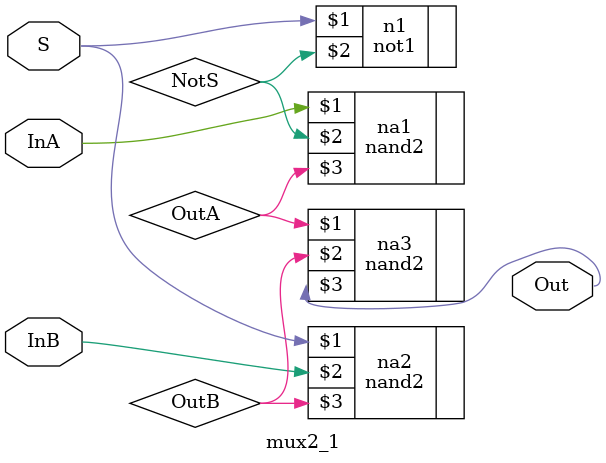
<source format=v>
module mux2_1( 
	input InA, InB, S, 
	output Out );
	wire NotS, OutA, OutB; 
	
	not1 n1(S,NotS);
 	nand2 na1(InA, NotS, OutA);
	nand2 na2(S, InB, OutB);
	nand2 na3(OutA, OutB, Out);	
endmodule
 

</source>
